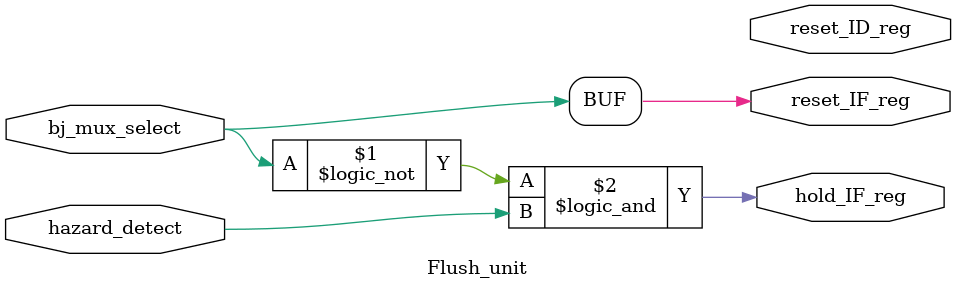
<source format=v>
module Flush_unit(
    // inputs
    hazard_detect,
    bj_mux_select,
    // outputs
    reset_ID_reg,
    reset_IF_reg,
    hold_IF_reg
);

input hazard_detect, bj_mux_select;
output reset_ID_reg, reset_IF_reg, hold_IF_reg;

// In case of a branch/jump, IF/ID PR must be reset
// In case of a load-use hazard, IF/ID PR must hold its value
assign reset_IF_reg = bj_mux_select;
assign hold_IF_reg = !bj_mux_select && hazard_detect;

// In case either a branch/jump or load-use hazard occurs,
// ID/EX PR must be reset
assign reset_Id_reg = bj_mux_select || hazard_detect ;

endmodule

</source>
